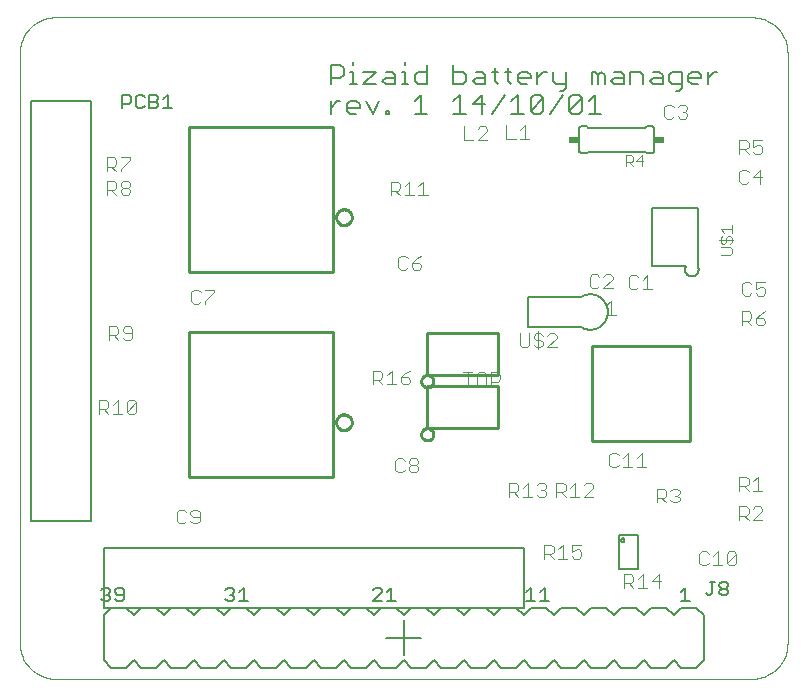
<source format=gto>
G75*
%MOIN*%
%OFA0B0*%
%FSLAX24Y24*%
%IPPOS*%
%LPD*%
%AMOC8*
5,1,8,0,0,1.08239X$1,22.5*
%
%ADD10C,0.0039*%
%ADD11C,0.0060*%
%ADD12C,0.0050*%
%ADD13C,0.0030*%
%ADD14C,0.0040*%
%ADD15R,0.0340X0.0240*%
%ADD16C,0.0100*%
D10*
X008983Y003305D02*
X008983Y022990D01*
X008985Y023056D01*
X008990Y023122D01*
X009000Y023188D01*
X009013Y023253D01*
X009029Y023317D01*
X009049Y023380D01*
X009073Y023442D01*
X009100Y023502D01*
X009130Y023561D01*
X009164Y023618D01*
X009201Y023673D01*
X009241Y023726D01*
X009283Y023777D01*
X009329Y023825D01*
X009377Y023871D01*
X009428Y023913D01*
X009481Y023953D01*
X009536Y023990D01*
X009593Y024024D01*
X009652Y024054D01*
X009712Y024081D01*
X009774Y024105D01*
X009837Y024125D01*
X009901Y024141D01*
X009966Y024154D01*
X010032Y024164D01*
X010098Y024169D01*
X010164Y024171D01*
X033393Y024171D01*
X033459Y024169D01*
X033525Y024164D01*
X033591Y024154D01*
X033656Y024141D01*
X033720Y024125D01*
X033783Y024105D01*
X033845Y024081D01*
X033905Y024054D01*
X033964Y024024D01*
X034021Y023990D01*
X034076Y023953D01*
X034129Y023913D01*
X034180Y023871D01*
X034228Y023825D01*
X034274Y023777D01*
X034316Y023726D01*
X034356Y023673D01*
X034393Y023618D01*
X034427Y023561D01*
X034457Y023502D01*
X034484Y023442D01*
X034508Y023380D01*
X034528Y023317D01*
X034544Y023253D01*
X034557Y023188D01*
X034567Y023122D01*
X034572Y023056D01*
X034574Y022990D01*
X034574Y003305D01*
X034572Y003239D01*
X034567Y003173D01*
X034557Y003107D01*
X034544Y003042D01*
X034528Y002978D01*
X034508Y002915D01*
X034484Y002853D01*
X034457Y002793D01*
X034427Y002734D01*
X034393Y002677D01*
X034356Y002622D01*
X034316Y002569D01*
X034274Y002518D01*
X034228Y002470D01*
X034180Y002424D01*
X034129Y002382D01*
X034076Y002342D01*
X034021Y002305D01*
X033964Y002271D01*
X033905Y002241D01*
X033845Y002214D01*
X033783Y002190D01*
X033720Y002170D01*
X033656Y002154D01*
X033591Y002141D01*
X033525Y002131D01*
X033459Y002126D01*
X033393Y002124D01*
X010164Y002124D01*
X010098Y002126D01*
X010032Y002131D01*
X009966Y002141D01*
X009901Y002154D01*
X009837Y002170D01*
X009774Y002190D01*
X009712Y002214D01*
X009652Y002241D01*
X009593Y002271D01*
X009536Y002305D01*
X009481Y002342D01*
X009428Y002382D01*
X009377Y002424D01*
X009329Y002470D01*
X009283Y002518D01*
X009241Y002569D01*
X009201Y002622D01*
X009164Y002677D01*
X009130Y002734D01*
X009100Y002793D01*
X009073Y002853D01*
X009049Y002915D01*
X009029Y002978D01*
X009013Y003042D01*
X009000Y003107D01*
X008990Y003173D01*
X008985Y003239D01*
X008983Y003305D01*
D11*
X011779Y002752D02*
X012029Y002502D01*
X012529Y002502D01*
X012779Y002752D01*
X013029Y002502D01*
X013529Y002502D01*
X013779Y002752D01*
X014029Y002502D01*
X014529Y002502D01*
X014779Y002752D01*
X015029Y002502D01*
X015529Y002502D01*
X015779Y002752D01*
X016029Y002502D01*
X016529Y002502D01*
X016779Y002752D01*
X017029Y002502D01*
X017529Y002502D01*
X017779Y002752D01*
X018029Y002502D01*
X018529Y002502D01*
X018779Y002752D01*
X019029Y002502D01*
X019529Y002502D01*
X019779Y002752D01*
X020029Y002502D01*
X020529Y002502D01*
X020779Y002752D01*
X021029Y002502D01*
X021529Y002502D01*
X021779Y002752D01*
X022029Y002502D01*
X022529Y002502D01*
X022779Y002752D01*
X023029Y002502D01*
X023529Y002502D01*
X023779Y002752D01*
X024029Y002502D01*
X024529Y002502D01*
X024779Y002752D01*
X025029Y002502D01*
X025529Y002502D01*
X025779Y002752D01*
X026029Y002502D01*
X026529Y002502D01*
X026779Y002752D01*
X027029Y002502D01*
X027529Y002502D01*
X027779Y002752D01*
X028029Y002502D01*
X028529Y002502D01*
X028779Y002752D01*
X029029Y002502D01*
X029529Y002502D01*
X029779Y002752D01*
X030029Y002502D01*
X030529Y002502D01*
X030779Y002752D01*
X031029Y002502D01*
X031529Y002502D01*
X031779Y002752D01*
X031779Y004252D01*
X031529Y004502D01*
X031029Y004502D01*
X030779Y004252D01*
X030529Y004502D01*
X030029Y004502D01*
X029779Y004252D01*
X029529Y004502D01*
X029029Y004502D01*
X028779Y004252D01*
X028529Y004502D01*
X028029Y004502D01*
X027779Y004252D01*
X027529Y004502D01*
X027029Y004502D01*
X026779Y004252D01*
X026529Y004502D01*
X026029Y004502D01*
X025779Y004252D01*
X025529Y004502D01*
X025029Y004502D01*
X024779Y004252D01*
X024529Y004502D01*
X024029Y004502D01*
X023779Y004252D01*
X023529Y004502D01*
X023029Y004502D01*
X022779Y004252D01*
X022529Y004502D01*
X022029Y004502D01*
X021779Y004252D01*
X021529Y004502D01*
X021029Y004502D01*
X020779Y004252D01*
X020529Y004502D01*
X020029Y004502D01*
X019779Y004252D01*
X019529Y004502D01*
X019029Y004502D01*
X018779Y004252D01*
X018529Y004502D01*
X018029Y004502D01*
X017779Y004252D01*
X017529Y004502D01*
X017029Y004502D01*
X016779Y004252D01*
X016529Y004502D01*
X016029Y004502D01*
X015779Y004252D01*
X015529Y004502D01*
X015029Y004502D01*
X014779Y004252D01*
X014529Y004502D01*
X014029Y004502D01*
X013779Y004252D01*
X013529Y004502D01*
X013029Y004502D01*
X012779Y004252D01*
X012529Y004502D01*
X012029Y004502D01*
X011779Y004252D01*
X011779Y002752D01*
X027723Y019651D02*
X027873Y019651D01*
X027923Y019701D01*
X029823Y019701D01*
X029873Y019651D01*
X030023Y019651D01*
X030040Y019653D01*
X030057Y019657D01*
X030073Y019664D01*
X030087Y019674D01*
X030100Y019687D01*
X030110Y019701D01*
X030117Y019717D01*
X030121Y019734D01*
X030123Y019751D01*
X030123Y020451D01*
X030121Y020468D01*
X030117Y020485D01*
X030110Y020501D01*
X030100Y020515D01*
X030087Y020528D01*
X030073Y020538D01*
X030057Y020545D01*
X030040Y020549D01*
X030023Y020551D01*
X029873Y020551D01*
X029823Y020501D01*
X027923Y020501D01*
X027873Y020551D01*
X027723Y020551D01*
X027706Y020549D01*
X027689Y020545D01*
X027673Y020538D01*
X027659Y020528D01*
X027646Y020515D01*
X027636Y020501D01*
X027629Y020485D01*
X027625Y020468D01*
X027623Y020451D01*
X027623Y019751D01*
X027625Y019734D01*
X027629Y019717D01*
X027636Y019701D01*
X027646Y019687D01*
X027659Y019674D01*
X027673Y019664D01*
X027689Y019657D01*
X027706Y019653D01*
X027723Y019651D01*
X027618Y020953D02*
X027404Y020953D01*
X027297Y021060D01*
X027724Y021487D01*
X027724Y021060D01*
X027618Y020953D01*
X027942Y020953D02*
X028369Y020953D01*
X028155Y020953D02*
X028155Y021594D01*
X027942Y021380D01*
X027724Y021487D02*
X027618Y021594D01*
X027404Y021594D01*
X027297Y021487D01*
X027297Y021060D01*
X027080Y021594D02*
X026653Y020953D01*
X026435Y021060D02*
X026329Y020953D01*
X026115Y020953D01*
X026008Y021060D01*
X026435Y021487D01*
X026435Y021060D01*
X026008Y021060D02*
X026008Y021487D01*
X026115Y021594D01*
X026329Y021594D01*
X026435Y021487D01*
X026223Y021937D02*
X026223Y022364D01*
X026223Y022151D02*
X026437Y022364D01*
X026543Y022364D01*
X026760Y022364D02*
X026760Y022044D01*
X026867Y021937D01*
X027187Y021937D01*
X027187Y021831D02*
X027081Y021724D01*
X026974Y021724D01*
X027187Y021831D02*
X027187Y022364D01*
X028049Y022364D02*
X028049Y021937D01*
X028263Y021937D02*
X028263Y022258D01*
X028370Y022364D01*
X028476Y022258D01*
X028476Y021937D01*
X028694Y022044D02*
X028801Y022151D01*
X029121Y022151D01*
X029121Y022258D02*
X029121Y021937D01*
X028801Y021937D01*
X028694Y022044D01*
X028801Y022364D02*
X029014Y022364D01*
X029121Y022258D01*
X029338Y022364D02*
X029659Y022364D01*
X029765Y022258D01*
X029765Y021937D01*
X029983Y022044D02*
X030090Y022151D01*
X030410Y022151D01*
X030410Y022258D02*
X030410Y021937D01*
X030090Y021937D01*
X029983Y022044D01*
X030090Y022364D02*
X030303Y022364D01*
X030410Y022258D01*
X030628Y022258D02*
X030628Y022044D01*
X030734Y021937D01*
X031055Y021937D01*
X031055Y021831D02*
X031055Y022364D01*
X030734Y022364D01*
X030628Y022258D01*
X030841Y021724D02*
X030948Y021724D01*
X031055Y021831D01*
X031272Y022044D02*
X031272Y022258D01*
X031379Y022364D01*
X031592Y022364D01*
X031699Y022258D01*
X031699Y022151D01*
X031272Y022151D01*
X031272Y022044D02*
X031379Y021937D01*
X031592Y021937D01*
X031917Y021937D02*
X031917Y022364D01*
X031917Y022151D02*
X032130Y022364D01*
X032237Y022364D01*
X029338Y022364D02*
X029338Y021937D01*
X028263Y022258D02*
X028156Y022364D01*
X028049Y022364D01*
X026006Y022258D02*
X026006Y022151D01*
X025579Y022151D01*
X025579Y022044D02*
X025579Y022258D01*
X025685Y022364D01*
X025899Y022364D01*
X026006Y022258D01*
X025685Y021937D02*
X025579Y022044D01*
X025685Y021937D02*
X025899Y021937D01*
X025577Y021594D02*
X025577Y020953D01*
X025364Y020953D02*
X025791Y020953D01*
X025364Y021380D02*
X025577Y021594D01*
X025362Y021937D02*
X025256Y022044D01*
X025256Y022471D01*
X025362Y022364D02*
X025149Y022364D01*
X024933Y022364D02*
X024719Y022364D01*
X024826Y022471D02*
X024826Y022044D01*
X024933Y021937D01*
X025146Y021594D02*
X024719Y020953D01*
X024395Y020953D02*
X024395Y021594D01*
X024075Y021273D01*
X024502Y021273D01*
X024502Y021937D02*
X024181Y021937D01*
X024075Y022044D01*
X024181Y022151D01*
X024502Y022151D01*
X024502Y022258D02*
X024502Y021937D01*
X024502Y022258D02*
X024395Y022364D01*
X024181Y022364D01*
X023857Y022258D02*
X023857Y022044D01*
X023750Y021937D01*
X023430Y021937D01*
X023430Y022578D01*
X023430Y022364D02*
X023750Y022364D01*
X023857Y022258D01*
X023644Y021594D02*
X023644Y020953D01*
X023857Y020953D02*
X023430Y020953D01*
X023430Y021380D02*
X023644Y021594D01*
X022568Y021937D02*
X022248Y021937D01*
X022141Y022044D01*
X022141Y022258D01*
X022248Y022364D01*
X022568Y022364D01*
X022568Y022578D02*
X022568Y021937D01*
X022354Y021594D02*
X022354Y020953D01*
X022141Y020953D02*
X022568Y020953D01*
X022141Y021380D02*
X022354Y021594D01*
X021925Y021937D02*
X021711Y021937D01*
X021818Y021937D02*
X021818Y022364D01*
X021711Y022364D01*
X021818Y022578D02*
X021818Y022685D01*
X021494Y022258D02*
X021494Y021937D01*
X021173Y021937D01*
X021067Y022044D01*
X021173Y022151D01*
X021494Y022151D01*
X021494Y022258D02*
X021387Y022364D01*
X021173Y022364D01*
X020849Y022364D02*
X020422Y021937D01*
X020849Y021937D01*
X020849Y022364D02*
X020422Y022364D01*
X020099Y022364D02*
X020099Y021937D01*
X019992Y021937D02*
X020206Y021937D01*
X020099Y022364D02*
X019992Y022364D01*
X020099Y022578D02*
X020099Y022685D01*
X019775Y022471D02*
X019775Y022258D01*
X019668Y022151D01*
X019348Y022151D01*
X019348Y021937D02*
X019348Y022578D01*
X019668Y022578D01*
X019775Y022471D01*
X019668Y021380D02*
X019561Y021380D01*
X019348Y021167D01*
X019348Y021380D02*
X019348Y020953D01*
X019885Y021060D02*
X019885Y021273D01*
X019992Y021380D01*
X020205Y021380D01*
X020312Y021273D01*
X020312Y021167D01*
X019885Y021167D01*
X019885Y021060D02*
X019992Y020953D01*
X020205Y020953D01*
X020530Y021380D02*
X020743Y020953D01*
X020957Y021380D01*
X021174Y021060D02*
X021281Y021060D01*
X021281Y020953D01*
X021174Y020953D01*
X021174Y021060D01*
D12*
X014065Y021137D02*
X013764Y021137D01*
X013915Y021137D02*
X013915Y021588D01*
X013764Y021437D01*
X013604Y021437D02*
X013529Y021362D01*
X013304Y021362D01*
X013144Y021212D02*
X013069Y021137D01*
X012919Y021137D01*
X012844Y021212D01*
X012844Y021512D01*
X012919Y021588D01*
X013069Y021588D01*
X013144Y021512D01*
X013304Y021588D02*
X013304Y021137D01*
X013529Y021137D01*
X013604Y021212D01*
X013604Y021287D01*
X013529Y021362D01*
X013604Y021437D02*
X013604Y021512D01*
X013529Y021588D01*
X013304Y021588D01*
X012683Y021512D02*
X012683Y021362D01*
X012608Y021287D01*
X012383Y021287D01*
X012383Y021137D02*
X012383Y021588D01*
X012608Y021588D01*
X012683Y021512D01*
X011361Y021376D02*
X009361Y021376D01*
X009361Y007376D01*
X011361Y007376D01*
X011361Y021376D01*
X025926Y014863D02*
X025926Y013840D01*
X027698Y013840D01*
X027698Y013839D02*
X027740Y013817D01*
X027783Y013798D01*
X027829Y013783D01*
X027875Y013772D01*
X027922Y013764D01*
X027969Y013760D01*
X028017Y013760D01*
X028064Y013764D01*
X028111Y013772D01*
X028157Y013783D01*
X028203Y013798D01*
X028246Y013817D01*
X028289Y013839D01*
X028329Y013865D01*
X028367Y013893D01*
X028402Y013925D01*
X028435Y013959D01*
X028465Y013996D01*
X028493Y014035D01*
X028516Y014076D01*
X028537Y014119D01*
X028554Y014164D01*
X028567Y014210D01*
X028576Y014256D01*
X028582Y014303D01*
X028584Y014351D01*
X028582Y014399D01*
X028576Y014446D01*
X028567Y014492D01*
X028554Y014538D01*
X028537Y014583D01*
X028516Y014626D01*
X028493Y014667D01*
X028465Y014706D01*
X028435Y014743D01*
X028402Y014777D01*
X028367Y014809D01*
X028329Y014837D01*
X028289Y014863D01*
X028246Y014885D01*
X028203Y014904D01*
X028157Y014919D01*
X028111Y014930D01*
X028064Y014938D01*
X028017Y014942D01*
X027969Y014942D01*
X027922Y014938D01*
X027875Y014930D01*
X027829Y014919D01*
X027783Y014904D01*
X027740Y014885D01*
X027698Y014863D01*
X025926Y014863D01*
X030044Y015887D02*
X031186Y015887D01*
X031174Y015861D01*
X031164Y015833D01*
X031158Y015805D01*
X031156Y015777D01*
X031157Y015748D01*
X031162Y015719D01*
X031171Y015692D01*
X031183Y015666D01*
X031198Y015641D01*
X031216Y015619D01*
X031237Y015599D01*
X031260Y015582D01*
X031285Y015568D01*
X031312Y015557D01*
X031340Y015550D01*
X031369Y015546D01*
X031397Y015546D01*
X031426Y015550D01*
X031454Y015557D01*
X031481Y015568D01*
X031506Y015582D01*
X031529Y015599D01*
X031550Y015619D01*
X031568Y015641D01*
X031583Y015666D01*
X031595Y015692D01*
X031604Y015719D01*
X031609Y015748D01*
X031610Y015777D01*
X031608Y015805D01*
X031602Y015833D01*
X031592Y015861D01*
X031580Y015887D01*
X031580Y017816D01*
X030044Y017816D01*
X030044Y015887D01*
X029574Y006927D02*
X028944Y006927D01*
X028944Y005785D01*
X029574Y005785D01*
X029574Y006927D01*
X029026Y006750D02*
X029028Y006764D01*
X029034Y006778D01*
X029042Y006790D01*
X029054Y006798D01*
X029068Y006804D01*
X029082Y006806D01*
X029096Y006804D01*
X029110Y006798D01*
X029122Y006790D01*
X029130Y006778D01*
X029136Y006764D01*
X029138Y006750D01*
X029136Y006736D01*
X029130Y006722D01*
X029122Y006710D01*
X029110Y006702D01*
X029096Y006696D01*
X029082Y006694D01*
X029068Y006696D01*
X029054Y006702D01*
X029042Y006710D01*
X029034Y006722D01*
X029028Y006736D01*
X029026Y006750D01*
X031022Y005008D02*
X031172Y005158D01*
X031172Y004708D01*
X031022Y004708D02*
X031322Y004708D01*
X031843Y004980D02*
X031918Y004905D01*
X031993Y004905D01*
X032068Y004980D01*
X032068Y005355D01*
X031993Y005355D02*
X032143Y005355D01*
X032303Y005280D02*
X032303Y005205D01*
X032378Y005130D01*
X032528Y005130D01*
X032604Y005055D01*
X032604Y004980D01*
X032528Y004905D01*
X032378Y004905D01*
X032303Y004980D01*
X032303Y005055D01*
X032378Y005130D01*
X032528Y005130D02*
X032604Y005205D01*
X032604Y005280D01*
X032528Y005355D01*
X032378Y005355D01*
X032303Y005280D01*
X026631Y004708D02*
X026331Y004708D01*
X026481Y004708D02*
X026481Y005158D01*
X026331Y005008D01*
X026171Y004708D02*
X025871Y004708D01*
X026021Y004708D02*
X026021Y005158D01*
X025871Y005008D01*
X025779Y004502D02*
X025779Y006502D01*
X011779Y006502D01*
X011779Y004502D01*
X025779Y004502D01*
X022369Y003502D02*
X021188Y003502D01*
X021779Y002911D02*
X021779Y004092D01*
X021513Y004708D02*
X021213Y004708D01*
X021363Y004708D02*
X021363Y005158D01*
X021213Y005008D01*
X021053Y005008D02*
X021053Y005083D01*
X020978Y005158D01*
X020828Y005158D01*
X020753Y005083D01*
X021053Y005008D02*
X020753Y004708D01*
X021053Y004708D01*
X016592Y004708D02*
X016292Y004708D01*
X016442Y004708D02*
X016442Y005158D01*
X016292Y005008D01*
X016132Y005008D02*
X016057Y004933D01*
X016132Y004858D01*
X016132Y004783D01*
X016057Y004708D01*
X015906Y004708D01*
X015831Y004783D01*
X015981Y004933D02*
X016057Y004933D01*
X016132Y005008D02*
X016132Y005083D01*
X016057Y005158D01*
X015906Y005158D01*
X015831Y005083D01*
X012458Y005083D02*
X012458Y004783D01*
X012383Y004708D01*
X012233Y004708D01*
X012158Y004783D01*
X011998Y004783D02*
X011923Y004708D01*
X011773Y004708D01*
X011697Y004783D01*
X011848Y004933D02*
X011923Y004933D01*
X011998Y004858D01*
X011998Y004783D01*
X011923Y004933D02*
X011998Y005008D01*
X011998Y005083D01*
X011923Y005158D01*
X011773Y005158D01*
X011697Y005083D01*
X012158Y005083D02*
X012158Y005008D01*
X012233Y004933D01*
X012458Y004933D01*
X012458Y005083D02*
X012383Y005158D01*
X012233Y005158D01*
X012158Y005083D01*
D13*
X032342Y016268D02*
X032646Y016268D01*
X032706Y016329D01*
X032706Y016450D01*
X032646Y016511D01*
X032342Y016511D01*
X032403Y016630D02*
X032342Y016691D01*
X032342Y016812D01*
X032403Y016873D01*
X032464Y016993D02*
X032342Y017114D01*
X032706Y017114D01*
X032706Y016993D02*
X032706Y017236D01*
X032646Y016873D02*
X032585Y016873D01*
X032524Y016812D01*
X032524Y016691D01*
X032464Y016630D01*
X032403Y016630D01*
X032282Y016752D02*
X032767Y016752D01*
X032706Y016812D02*
X032646Y016873D01*
X032706Y016812D02*
X032706Y016691D01*
X032646Y016630D01*
D14*
X033141Y015354D02*
X033064Y015278D01*
X033064Y014971D01*
X033141Y014894D01*
X033294Y014894D01*
X033371Y014971D01*
X033525Y014971D02*
X033601Y014894D01*
X033755Y014894D01*
X033832Y014971D01*
X033832Y015124D01*
X033755Y015201D01*
X033678Y015201D01*
X033525Y015124D01*
X033525Y015354D01*
X033832Y015354D01*
X033371Y015278D02*
X033294Y015354D01*
X033141Y015354D01*
X033064Y014370D02*
X033294Y014370D01*
X033371Y014293D01*
X033371Y014140D01*
X033294Y014063D01*
X033064Y014063D01*
X033064Y013910D02*
X033064Y014370D01*
X033218Y014063D02*
X033371Y013910D01*
X033525Y013986D02*
X033601Y013910D01*
X033755Y013910D01*
X033832Y013986D01*
X033832Y014063D01*
X033755Y014140D01*
X033525Y014140D01*
X033525Y013986D01*
X033525Y014140D02*
X033678Y014293D01*
X033832Y014370D01*
X030054Y015121D02*
X029747Y015121D01*
X029901Y015121D02*
X029901Y015582D01*
X029747Y015428D01*
X029594Y015505D02*
X029517Y015582D01*
X029363Y015582D01*
X029287Y015505D01*
X029287Y015198D01*
X029363Y015121D01*
X029517Y015121D01*
X029594Y015198D01*
X028745Y015151D02*
X028438Y015151D01*
X028745Y015458D01*
X028745Y015534D01*
X028668Y015611D01*
X028515Y015611D01*
X028438Y015534D01*
X028285Y015534D02*
X028208Y015611D01*
X028054Y015611D01*
X027978Y015534D01*
X027978Y015228D01*
X028054Y015151D01*
X028208Y015151D01*
X028285Y015228D01*
X028690Y014725D02*
X028690Y014265D01*
X028537Y014265D02*
X028844Y014265D01*
X028537Y014572D02*
X028690Y014725D01*
X026875Y013566D02*
X026799Y013643D01*
X026645Y013643D01*
X026568Y013566D01*
X026415Y013566D02*
X026338Y013643D01*
X026185Y013643D01*
X026108Y013566D01*
X026108Y013489D01*
X026185Y013413D01*
X026338Y013413D01*
X026415Y013336D01*
X026415Y013259D01*
X026338Y013182D01*
X026185Y013182D01*
X026108Y013259D01*
X025955Y013259D02*
X025955Y013643D01*
X025648Y013643D02*
X025648Y013259D01*
X025724Y013182D01*
X025878Y013182D01*
X025955Y013259D01*
X026262Y013106D02*
X026262Y013719D01*
X026568Y013182D02*
X026875Y013489D01*
X026875Y013566D01*
X026875Y013182D02*
X026568Y013182D01*
X024992Y012264D02*
X024992Y012110D01*
X024915Y012034D01*
X024685Y012034D01*
X024685Y011880D02*
X024685Y012341D01*
X024915Y012341D01*
X024992Y012264D01*
X024531Y012264D02*
X024531Y011957D01*
X024454Y011880D01*
X024301Y011880D01*
X024224Y011957D01*
X024224Y012264D01*
X024301Y012341D01*
X024454Y012341D01*
X024531Y012264D01*
X024071Y012341D02*
X023764Y012341D01*
X023917Y012341D02*
X023917Y011880D01*
X021989Y012018D02*
X021989Y012095D01*
X021912Y012171D01*
X021682Y012171D01*
X021682Y012018D01*
X021759Y011941D01*
X021912Y011941D01*
X021989Y012018D01*
X021835Y012325D02*
X021682Y012171D01*
X021835Y012325D02*
X021989Y012402D01*
X021375Y012402D02*
X021375Y011941D01*
X021222Y011941D02*
X021528Y011941D01*
X021222Y012248D02*
X021375Y012402D01*
X021068Y012325D02*
X021068Y012171D01*
X020991Y012095D01*
X020761Y012095D01*
X020915Y012095D02*
X021068Y011941D01*
X020761Y011941D02*
X020761Y012402D01*
X020991Y012402D01*
X021068Y012325D01*
X021579Y009476D02*
X021502Y009400D01*
X021502Y009093D01*
X021579Y009016D01*
X021732Y009016D01*
X021809Y009093D01*
X021963Y009093D02*
X021963Y009169D01*
X022039Y009246D01*
X022193Y009246D01*
X022270Y009169D01*
X022270Y009093D01*
X022193Y009016D01*
X022039Y009016D01*
X021963Y009093D01*
X022039Y009246D02*
X021963Y009323D01*
X021963Y009400D01*
X022039Y009476D01*
X022193Y009476D01*
X022270Y009400D01*
X022270Y009323D01*
X022193Y009246D01*
X021809Y009400D02*
X021732Y009476D01*
X021579Y009476D01*
X025293Y008646D02*
X025293Y008185D01*
X025293Y008339D02*
X025524Y008339D01*
X025600Y008415D01*
X025600Y008569D01*
X025524Y008646D01*
X025293Y008646D01*
X025447Y008339D02*
X025600Y008185D01*
X025754Y008185D02*
X026061Y008185D01*
X025907Y008185D02*
X025907Y008646D01*
X025754Y008492D01*
X026214Y008569D02*
X026291Y008646D01*
X026444Y008646D01*
X026521Y008569D01*
X026521Y008492D01*
X026444Y008415D01*
X026521Y008339D01*
X026521Y008262D01*
X026444Y008185D01*
X026291Y008185D01*
X026214Y008262D01*
X026368Y008415D02*
X026444Y008415D01*
X026868Y008339D02*
X027098Y008339D01*
X027175Y008415D01*
X027175Y008569D01*
X027098Y008646D01*
X026868Y008646D01*
X026868Y008185D01*
X027022Y008339D02*
X027175Y008185D01*
X027329Y008185D02*
X027635Y008185D01*
X027482Y008185D02*
X027482Y008646D01*
X027329Y008492D01*
X027789Y008569D02*
X027866Y008646D01*
X028019Y008646D01*
X028096Y008569D01*
X028096Y008492D01*
X027789Y008185D01*
X028096Y008185D01*
X028712Y009185D02*
X028865Y009185D01*
X028942Y009262D01*
X029096Y009185D02*
X029402Y009185D01*
X029249Y009185D02*
X029249Y009646D01*
X029096Y009492D01*
X028942Y009569D02*
X028865Y009646D01*
X028712Y009646D01*
X028635Y009569D01*
X028635Y009262D01*
X028712Y009185D01*
X029556Y009185D02*
X029863Y009185D01*
X029709Y009185D02*
X029709Y009646D01*
X029556Y009492D01*
X030210Y008465D02*
X030440Y008465D01*
X030517Y008388D01*
X030517Y008234D01*
X030440Y008158D01*
X030210Y008158D01*
X030363Y008158D02*
X030517Y008004D01*
X030670Y008081D02*
X030747Y008004D01*
X030901Y008004D01*
X030977Y008081D01*
X030977Y008158D01*
X030901Y008234D01*
X030824Y008234D01*
X030901Y008234D02*
X030977Y008311D01*
X030977Y008388D01*
X030901Y008465D01*
X030747Y008465D01*
X030670Y008388D01*
X030210Y008465D02*
X030210Y008004D01*
X031714Y006373D02*
X031637Y006296D01*
X031637Y005989D01*
X031714Y005913D01*
X031867Y005913D01*
X031944Y005989D01*
X032098Y005913D02*
X032404Y005913D01*
X032251Y005913D02*
X032251Y006373D01*
X032098Y006220D01*
X031944Y006296D02*
X031867Y006373D01*
X031714Y006373D01*
X032558Y006296D02*
X032558Y005989D01*
X032865Y006296D01*
X032865Y005989D01*
X032788Y005913D01*
X032635Y005913D01*
X032558Y005989D01*
X032558Y006296D02*
X032635Y006373D01*
X032788Y006373D01*
X032865Y006296D01*
X032966Y007414D02*
X032966Y007874D01*
X033196Y007874D01*
X033273Y007797D01*
X033273Y007644D01*
X033196Y007567D01*
X032966Y007567D01*
X033119Y007567D02*
X033273Y007414D01*
X033426Y007414D02*
X033733Y007721D01*
X033733Y007797D01*
X033656Y007874D01*
X033503Y007874D01*
X033426Y007797D01*
X033426Y007414D02*
X033733Y007414D01*
X033733Y008398D02*
X033426Y008398D01*
X033273Y008398D02*
X033119Y008551D01*
X033196Y008551D02*
X032966Y008551D01*
X032966Y008398D02*
X032966Y008858D01*
X033196Y008858D01*
X033273Y008782D01*
X033273Y008628D01*
X033196Y008551D01*
X033426Y008705D02*
X033580Y008858D01*
X033580Y008398D01*
X030278Y005610D02*
X030048Y005380D01*
X030355Y005380D01*
X030278Y005150D02*
X030278Y005610D01*
X029741Y005610D02*
X029588Y005457D01*
X029434Y005534D02*
X029434Y005380D01*
X029357Y005303D01*
X029127Y005303D01*
X029127Y005150D02*
X029127Y005610D01*
X029357Y005610D01*
X029434Y005534D01*
X029281Y005303D02*
X029434Y005150D01*
X029588Y005150D02*
X029895Y005150D01*
X029741Y005150D02*
X029741Y005610D01*
X027698Y006211D02*
X027621Y006134D01*
X027467Y006134D01*
X027391Y006211D01*
X027391Y006364D02*
X027544Y006441D01*
X027621Y006441D01*
X027698Y006364D01*
X027698Y006211D01*
X027391Y006364D02*
X027391Y006594D01*
X027698Y006594D01*
X027084Y006594D02*
X027084Y006134D01*
X027237Y006134D02*
X026930Y006134D01*
X026777Y006134D02*
X026623Y006288D01*
X026700Y006288D02*
X026470Y006288D01*
X026470Y006134D02*
X026470Y006594D01*
X026700Y006594D01*
X026777Y006518D01*
X026777Y006364D01*
X026700Y006288D01*
X026930Y006441D02*
X027084Y006594D01*
X015470Y015014D02*
X015470Y015091D01*
X015163Y015091D01*
X015010Y015014D02*
X014933Y015091D01*
X014780Y015091D01*
X014703Y015014D01*
X014703Y014707D01*
X014780Y014630D01*
X014933Y014630D01*
X015010Y014707D01*
X015163Y014707D02*
X015470Y015014D01*
X015163Y014707D02*
X015163Y014630D01*
X012719Y013801D02*
X012719Y013494D01*
X012643Y013418D01*
X012489Y013418D01*
X012412Y013494D01*
X012259Y013418D02*
X012106Y013571D01*
X012182Y013571D02*
X011952Y013571D01*
X011952Y013418D02*
X011952Y013878D01*
X012182Y013878D01*
X012259Y013801D01*
X012259Y013648D01*
X012182Y013571D01*
X012412Y013724D02*
X012489Y013648D01*
X012719Y013648D01*
X012719Y013801D02*
X012643Y013878D01*
X012489Y013878D01*
X012412Y013801D01*
X012412Y013724D01*
X012246Y011417D02*
X012093Y011264D01*
X011939Y011341D02*
X011939Y011187D01*
X011862Y011110D01*
X011632Y011110D01*
X011632Y010957D02*
X011632Y011417D01*
X011862Y011417D01*
X011939Y011341D01*
X011786Y011110D02*
X011939Y010957D01*
X012093Y010957D02*
X012400Y010957D01*
X012246Y010957D02*
X012246Y011417D01*
X012553Y011341D02*
X012553Y011034D01*
X012860Y011341D01*
X012860Y011034D01*
X012783Y010957D01*
X012630Y010957D01*
X012553Y011034D01*
X012553Y011341D02*
X012630Y011417D01*
X012783Y011417D01*
X012860Y011341D01*
X014288Y007764D02*
X014211Y007687D01*
X014211Y007380D01*
X014288Y007303D01*
X014441Y007303D01*
X014518Y007380D01*
X014671Y007380D02*
X014748Y007303D01*
X014902Y007303D01*
X014978Y007380D01*
X014978Y007687D01*
X014902Y007764D01*
X014748Y007764D01*
X014671Y007687D01*
X014671Y007610D01*
X014748Y007534D01*
X014978Y007534D01*
X014518Y007687D02*
X014441Y007764D01*
X014288Y007764D01*
X021677Y015764D02*
X021831Y015764D01*
X021908Y015841D01*
X022061Y015841D02*
X022061Y015994D01*
X022291Y015994D01*
X022368Y015917D01*
X022368Y015841D01*
X022291Y015764D01*
X022138Y015764D01*
X022061Y015841D01*
X022061Y015994D02*
X022215Y016148D01*
X022368Y016224D01*
X021908Y016148D02*
X021831Y016224D01*
X021677Y016224D01*
X021601Y016148D01*
X021601Y015841D01*
X021677Y015764D01*
X021659Y018240D02*
X021505Y018394D01*
X021582Y018394D02*
X021352Y018394D01*
X021352Y018240D02*
X021352Y018701D01*
X021582Y018701D01*
X021659Y018624D01*
X021659Y018471D01*
X021582Y018394D01*
X021812Y018547D02*
X021966Y018701D01*
X021966Y018240D01*
X022119Y018240D02*
X021812Y018240D01*
X022272Y018240D02*
X022579Y018240D01*
X022426Y018240D02*
X022426Y018701D01*
X022272Y018547D01*
X023784Y020083D02*
X024091Y020083D01*
X024244Y020083D02*
X024551Y020390D01*
X024551Y020467D01*
X024474Y020543D01*
X024321Y020543D01*
X024244Y020467D01*
X024244Y020083D02*
X024551Y020083D01*
X025203Y020110D02*
X025203Y020571D01*
X025663Y020417D02*
X025817Y020571D01*
X025817Y020110D01*
X025970Y020110D02*
X025663Y020110D01*
X025510Y020110D02*
X025203Y020110D01*
X023784Y020083D02*
X023784Y020543D01*
X029175Y019572D02*
X029175Y019221D01*
X029175Y019338D02*
X029350Y019338D01*
X029408Y019396D01*
X029408Y019513D01*
X029350Y019572D01*
X029175Y019572D01*
X029292Y019338D02*
X029408Y019221D01*
X029534Y019396D02*
X029767Y019396D01*
X029709Y019221D02*
X029709Y019572D01*
X029534Y019396D01*
X030545Y020802D02*
X030698Y020802D01*
X030775Y020879D01*
X030928Y020879D02*
X031005Y020802D01*
X031158Y020802D01*
X031235Y020879D01*
X031235Y020956D01*
X031158Y021033D01*
X031082Y021033D01*
X031158Y021033D02*
X031235Y021109D01*
X031235Y021186D01*
X031158Y021263D01*
X031005Y021263D01*
X030928Y021186D01*
X030775Y021186D02*
X030698Y021263D01*
X030545Y021263D01*
X030468Y021186D01*
X030468Y020879D01*
X030545Y020802D01*
X032966Y020079D02*
X032966Y019618D01*
X032966Y019772D02*
X033196Y019772D01*
X033273Y019849D01*
X033273Y020002D01*
X033196Y020079D01*
X032966Y020079D01*
X033119Y019772D02*
X033273Y019618D01*
X033426Y019695D02*
X033503Y019618D01*
X033656Y019618D01*
X033733Y019695D01*
X033733Y019849D01*
X033656Y019925D01*
X033580Y019925D01*
X033426Y019849D01*
X033426Y020079D01*
X033733Y020079D01*
X033656Y019094D02*
X033426Y018864D01*
X033733Y018864D01*
X033656Y018634D02*
X033656Y019094D01*
X033273Y019018D02*
X033196Y019094D01*
X033043Y019094D01*
X032966Y019018D01*
X032966Y018711D01*
X033043Y018634D01*
X033196Y018634D01*
X033273Y018711D01*
X012651Y018644D02*
X012651Y018567D01*
X012574Y018490D01*
X012420Y018490D01*
X012344Y018567D01*
X012344Y018644D01*
X012420Y018720D01*
X012574Y018720D01*
X012651Y018644D01*
X012574Y018490D02*
X012651Y018414D01*
X012651Y018337D01*
X012574Y018260D01*
X012420Y018260D01*
X012344Y018337D01*
X012344Y018414D01*
X012420Y018490D01*
X012190Y018490D02*
X012113Y018414D01*
X011883Y018414D01*
X012037Y018414D02*
X012190Y018260D01*
X012190Y018490D02*
X012190Y018644D01*
X012113Y018720D01*
X011883Y018720D01*
X011883Y018260D01*
X011883Y019047D02*
X011883Y019508D01*
X012113Y019508D01*
X012190Y019431D01*
X012190Y019278D01*
X012113Y019201D01*
X011883Y019201D01*
X012037Y019201D02*
X012190Y019047D01*
X012344Y019047D02*
X012344Y019124D01*
X012651Y019431D01*
X012651Y019508D01*
X012344Y019508D01*
D15*
X027453Y020101D03*
X030293Y020101D03*
D16*
X024928Y013659D02*
X022566Y013659D01*
X022566Y012242D01*
X024928Y012242D01*
X024928Y013659D01*
X024928Y011888D02*
X022566Y011888D01*
X022566Y010470D01*
X024928Y010470D01*
X024928Y011888D01*
X022362Y012045D02*
X022364Y012073D01*
X022370Y012101D01*
X022380Y012128D01*
X022393Y012153D01*
X022410Y012176D01*
X022429Y012197D01*
X022452Y012214D01*
X022477Y012228D01*
X022503Y012239D01*
X022531Y012246D01*
X022559Y012249D01*
X022587Y012248D01*
X022615Y012243D01*
X022642Y012234D01*
X022668Y012222D01*
X022692Y012206D01*
X022713Y012187D01*
X022731Y012165D01*
X022746Y012141D01*
X022758Y012115D01*
X022766Y012087D01*
X022770Y012059D01*
X022770Y012031D01*
X022766Y012003D01*
X022758Y011975D01*
X022746Y011949D01*
X022731Y011925D01*
X022713Y011903D01*
X022692Y011884D01*
X022668Y011868D01*
X022642Y011856D01*
X022615Y011847D01*
X022587Y011842D01*
X022559Y011841D01*
X022531Y011844D01*
X022503Y011851D01*
X022477Y011862D01*
X022452Y011876D01*
X022429Y011893D01*
X022410Y011914D01*
X022393Y011937D01*
X022380Y011962D01*
X022370Y011989D01*
X022364Y012017D01*
X022362Y012045D01*
X022362Y010274D02*
X022364Y010302D01*
X022370Y010330D01*
X022380Y010357D01*
X022393Y010382D01*
X022410Y010405D01*
X022429Y010426D01*
X022452Y010443D01*
X022477Y010457D01*
X022503Y010468D01*
X022531Y010475D01*
X022559Y010478D01*
X022587Y010477D01*
X022615Y010472D01*
X022642Y010463D01*
X022668Y010451D01*
X022692Y010435D01*
X022713Y010416D01*
X022731Y010394D01*
X022746Y010370D01*
X022758Y010344D01*
X022766Y010316D01*
X022770Y010288D01*
X022770Y010260D01*
X022766Y010232D01*
X022758Y010204D01*
X022746Y010178D01*
X022731Y010154D01*
X022713Y010132D01*
X022692Y010113D01*
X022668Y010097D01*
X022642Y010085D01*
X022615Y010076D01*
X022587Y010071D01*
X022559Y010070D01*
X022531Y010073D01*
X022503Y010080D01*
X022477Y010091D01*
X022452Y010105D01*
X022429Y010122D01*
X022410Y010143D01*
X022393Y010166D01*
X022380Y010191D01*
X022370Y010218D01*
X022364Y010246D01*
X022362Y010274D01*
X019527Y010677D02*
X019529Y010709D01*
X019535Y010740D01*
X019545Y010771D01*
X019558Y010800D01*
X019575Y010827D01*
X019595Y010852D01*
X019618Y010874D01*
X019643Y010894D01*
X019671Y010910D01*
X019701Y010922D01*
X019731Y010931D01*
X019763Y010936D01*
X019795Y010937D01*
X019827Y010934D01*
X019858Y010927D01*
X019888Y010916D01*
X019917Y010902D01*
X019944Y010884D01*
X019968Y010864D01*
X019990Y010840D01*
X020008Y010814D01*
X020023Y010786D01*
X020035Y010756D01*
X020043Y010725D01*
X020047Y010693D01*
X020047Y010661D01*
X020043Y010629D01*
X020035Y010598D01*
X020023Y010568D01*
X020008Y010540D01*
X019990Y010514D01*
X019968Y010490D01*
X019944Y010470D01*
X019917Y010452D01*
X019888Y010438D01*
X019858Y010427D01*
X019827Y010420D01*
X019795Y010417D01*
X019763Y010418D01*
X019731Y010423D01*
X019701Y010432D01*
X019671Y010444D01*
X019643Y010460D01*
X019618Y010480D01*
X019595Y010502D01*
X019575Y010527D01*
X019558Y010554D01*
X019545Y010583D01*
X019535Y010614D01*
X019529Y010645D01*
X019527Y010677D01*
X019433Y008866D02*
X019433Y013669D01*
X014630Y013669D01*
X014630Y008866D01*
X019433Y008866D01*
X028058Y010063D02*
X031326Y010063D01*
X031326Y013213D01*
X028058Y013213D01*
X028058Y010063D01*
X019433Y015701D02*
X019433Y020504D01*
X014630Y020504D01*
X014630Y015701D01*
X019433Y015701D01*
X019527Y017512D02*
X019529Y017544D01*
X019535Y017575D01*
X019545Y017606D01*
X019558Y017635D01*
X019575Y017662D01*
X019595Y017687D01*
X019618Y017709D01*
X019643Y017729D01*
X019671Y017745D01*
X019701Y017757D01*
X019731Y017766D01*
X019763Y017771D01*
X019795Y017772D01*
X019827Y017769D01*
X019858Y017762D01*
X019888Y017751D01*
X019917Y017737D01*
X019944Y017719D01*
X019968Y017699D01*
X019990Y017675D01*
X020008Y017649D01*
X020023Y017621D01*
X020035Y017591D01*
X020043Y017560D01*
X020047Y017528D01*
X020047Y017496D01*
X020043Y017464D01*
X020035Y017433D01*
X020023Y017403D01*
X020008Y017375D01*
X019990Y017349D01*
X019968Y017325D01*
X019944Y017305D01*
X019917Y017287D01*
X019888Y017273D01*
X019858Y017262D01*
X019827Y017255D01*
X019795Y017252D01*
X019763Y017253D01*
X019731Y017258D01*
X019701Y017267D01*
X019671Y017279D01*
X019643Y017295D01*
X019618Y017315D01*
X019595Y017337D01*
X019575Y017362D01*
X019558Y017389D01*
X019545Y017418D01*
X019535Y017449D01*
X019529Y017480D01*
X019527Y017512D01*
M02*

</source>
